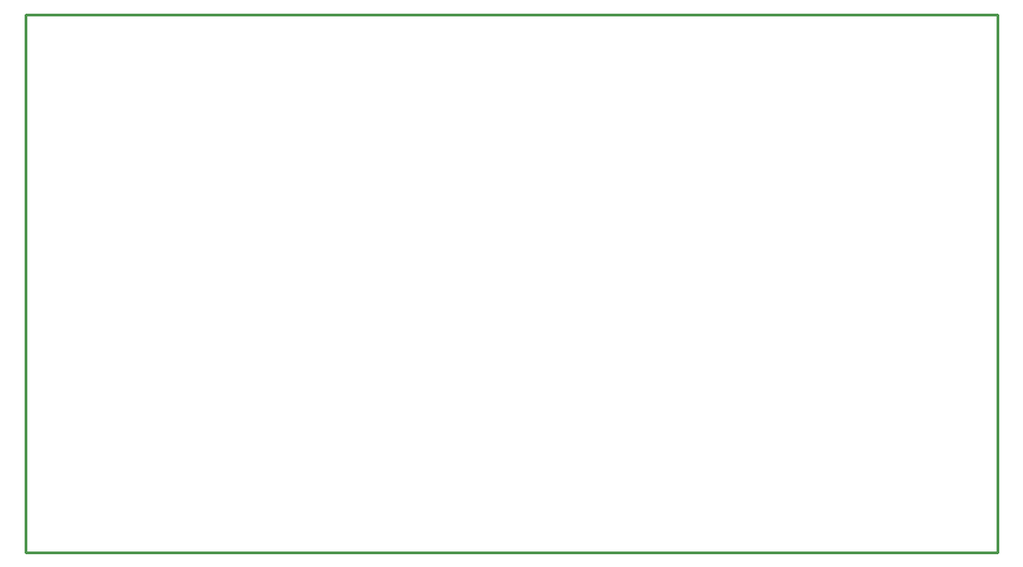
<source format=gbr>
G04 EAGLE Gerber RS-274X export*
G75*
%MOMM*%
%FSLAX34Y34*%
%LPD*%
%IN*%
%IPPOS*%
%AMOC8*
5,1,8,0,0,1.08239X$1,22.5*%
G01*
%ADD10C,0.254000*%


D10*
X0Y0D02*
X902200Y0D01*
X902200Y499200D01*
X0Y499200D01*
X0Y0D01*
M02*

</source>
